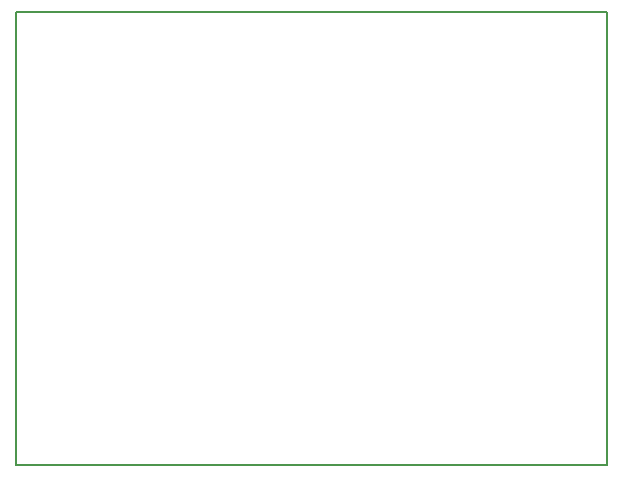
<source format=gbr>
G04 #@! TF.FileFunction,Profile,NP*
%FSLAX46Y46*%
G04 Gerber Fmt 4.6, Leading zero omitted, Abs format (unit mm)*
G04 Created by KiCad (PCBNEW 4.0.7) date 04/17/18 23:54:21*
%MOMM*%
%LPD*%
G01*
G04 APERTURE LIST*
%ADD10C,0.100000*%
%ADD11C,0.150000*%
G04 APERTURE END LIST*
D10*
D11*
X166624000Y-104902000D02*
X166624000Y-143256000D01*
X116586000Y-104902000D02*
X166624000Y-104902000D01*
X116586000Y-143256000D02*
X116586000Y-104902000D01*
X166624000Y-143256000D02*
X116586000Y-143256000D01*
M02*

</source>
